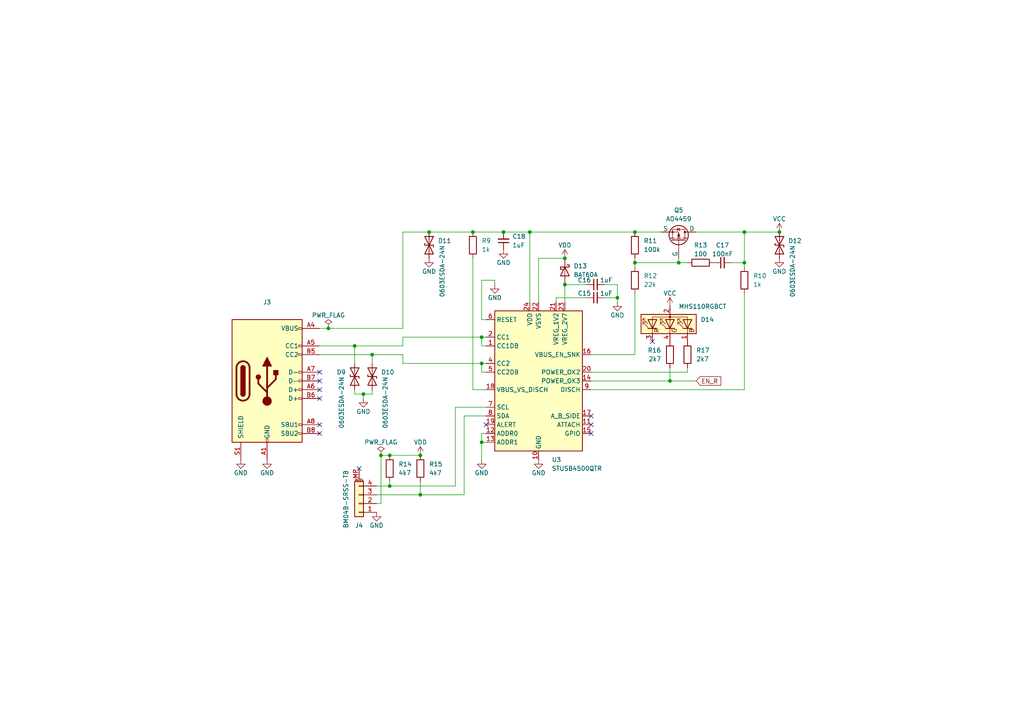
<source format=kicad_sch>
(kicad_sch (version 20211123) (generator eeschema)
  (paper "A4")
  (lib_symbols
    (symbol "BRAUNIT Charger:AO4459" (pin_numbers hide) (pin_names (offset 0))
      (property "Reference" "Q" (at 5.08 1.905 0))
      (property "Value" "AO4459" (at 5.08 0 0))
      (symbol "AO4459_0_1"
        (polyline (pts (xy 0.254 0) (xy -2.54 0)))
        (polyline (pts (xy 0.254 1.905) (xy 0.254 -1.905)) (stroke (width 0.254)))
        (polyline (pts (xy 0.762 -1.27) (xy 0.762 -2.286)) (stroke (width 0.254)))
        (polyline (pts (xy 0.762 0.508) (xy 0.762 -0.508)) (stroke (width 0.254)))
        (polyline (pts (xy 0.762 2.286) (xy 0.762 1.27)) (stroke (width 0.254)))
        (polyline (pts (xy 2.54 2.54) (xy 2.54 1.778)))
        (polyline (pts (xy 2.54 -2.54) (xy 2.54 0) (xy 0.762 0)))
        (polyline (pts (xy 0.762 1.778) (xy 3.302 1.778) (xy 3.302 -1.778) (xy 0.762 -1.778)))
        (polyline (pts (xy 2.286 0) (xy 1.27 0.381) (xy 1.27 -0.381) (xy 2.286 0)) (fill (type outline)))
        (polyline (pts (xy 2.794 -0.508) (xy 2.921 -0.381) (xy 3.683 -0.381) (xy 3.81 -0.254)))
        (polyline (pts (xy 3.302 -0.381) (xy 2.921 0.254) (xy 3.683 0.254) (xy 3.302 -0.381)))
        (circle (center 1.651 0) (radius 2.794) (stroke (width 0.254)))
        (circle (center 2.54 -1.778) (radius 0.254) (fill (type outline)))
        (circle (center 2.54 1.778) (radius 0.254) (fill (type outline)))
      )
      (symbol "AO4459_1_1"
        (pin passive line (at 2.54 -5.08 90) (length 2.54) (name "S") (number "1"))
        (pin passive line (at 2.54 -5.08 90) (length 2.54) hide (name "S") (number "2"))
        (pin passive line (at 2.54 -5.08 90) (length 2.54) hide (name "S") (number "3"))
        (pin input line (at -5.08 0 0) (length 2.54) (name "G") (number "4"))
        (pin passive line (at 2.54 5.08 270) (length 2.54) (name "D") (number "5"))
        (pin passive line (at 2.54 5.08 270) (length 2.54) hide (name "D") (number "6"))
        (pin passive line (at 2.54 5.08 270) (length 2.54) hide (name "D") (number "7"))
        (pin passive line (at 2.54 5.08 270) (length 2.54) hide (name "D") (number "8"))
      )
    )
    (symbol "Connector:USB_C_Receptacle_USB2.0" (pin_names (offset 1.016))
      (property "Reference" "J" (at -10.16 19.05 0))
      (property "Value" "USB_C_Receptacle_USB2.0" (at 19.05 19.05 0))
      (symbol "USB_C_Receptacle_USB2.0_0_0"
        (rectangle (start -0.254 -17.78) (end 0.254 -16.764))
        (rectangle (start 10.16 -14.986) (end 9.144 -15.494))
        (rectangle (start 10.16 -12.446) (end 9.144 -12.954))
        (rectangle (start 10.16 -4.826) (end 9.144 -5.334))
        (rectangle (start 10.16 -2.286) (end 9.144 -2.794))
        (rectangle (start 10.16 0.254) (end 9.144 -0.254))
        (rectangle (start 10.16 2.794) (end 9.144 2.286))
        (rectangle (start 10.16 7.874) (end 9.144 7.366))
        (rectangle (start 10.16 10.414) (end 9.144 9.906))
        (rectangle (start 10.16 15.494) (end 9.144 14.986))
      )
      (symbol "USB_C_Receptacle_USB2.0_0_1"
        (rectangle (start -10.16 17.78) (end 10.16 -17.78) (stroke (width 0.254)) (fill (type background)))
        (arc (start -8.89 -3.81) (mid -6.985 -5.715) (end -5.08 -3.81) (stroke (width 0.508)))
        (arc (start -7.62 -3.81) (mid -6.985 -4.445) (end -6.35 -3.81) (stroke (width 0.254)))
        (arc (start -7.62 -3.81) (mid -6.985 -4.445) (end -6.35 -3.81) (stroke (width 0.254)) (fill (type outline)))
        (rectangle (start -7.62 -3.81) (end -6.35 3.81) (stroke (width 0.254)) (fill (type outline)))
        (arc (start -6.35 3.81) (mid -6.985 4.445) (end -7.62 3.81) (stroke (width 0.254)))
        (arc (start -6.35 3.81) (mid -6.985 4.445) (end -7.62 3.81) (stroke (width 0.254)) (fill (type outline)))
        (arc (start -5.08 3.81) (mid -6.985 5.715) (end -8.89 3.81) (stroke (width 0.508)))
        (circle (center -2.54 1.143) (radius 0.635) (stroke (width 0.254)) (fill (type outline)))
        (circle (center 0 -5.842) (radius 1.27) (fill (type outline)))
        (polyline (pts (xy -8.89 -3.81) (xy -8.89 3.81)) (stroke (width 0.508)))
        (polyline (pts (xy -5.08 3.81) (xy -5.08 -3.81)) (stroke (width 0.508)))
        (polyline (pts (xy 0 -5.842) (xy 0 4.318)) (stroke (width 0.508)))
        (polyline (pts (xy 0 -3.302) (xy -2.54 -0.762) (xy -2.54 0.508)) (stroke (width 0.508)))
        (polyline (pts (xy 0 -2.032) (xy 2.54 0.508) (xy 2.54 1.778)) (stroke (width 0.508)))
        (polyline (pts (xy -1.27 4.318) (xy 0 6.858) (xy 1.27 4.318) (xy -1.27 4.318)) (stroke (width 0.254)) (fill (type outline)))
        (rectangle (start 1.905 1.778) (end 3.175 3.048) (stroke (width 0.254)) (fill (type outline)))
      )
      (symbol "USB_C_Receptacle_USB2.0_1_1"
        (pin passive line (at 0 -22.86 90) (length 5.08) (name "GND") (number "A1"))
        (pin passive line (at 0 -22.86 90) (length 5.08) hide (name "GND") (number "A12"))
        (pin passive line (at 15.24 15.24 180) (length 5.08) (name "VBUS") (number "A4"))
        (pin bidirectional line (at 15.24 10.16 180) (length 5.08) (name "CC1") (number "A5"))
        (pin bidirectional line (at 15.24 -2.54 180) (length 5.08) (name "D+") (number "A6"))
        (pin bidirectional line (at 15.24 2.54 180) (length 5.08) (name "D-") (number "A7"))
        (pin bidirectional line (at 15.24 -12.7 180) (length 5.08) (name "SBU1") (number "A8"))
        (pin passive line (at 15.24 15.24 180) (length 5.08) hide (name "VBUS") (number "A9"))
        (pin passive line (at 0 -22.86 90) (length 5.08) hide (name "GND") (number "B1"))
        (pin passive line (at 0 -22.86 90) (length 5.08) hide (name "GND") (number "B12"))
        (pin passive line (at 15.24 15.24 180) (length 5.08) hide (name "VBUS") (number "B4"))
        (pin bidirectional line (at 15.24 7.62 180) (length 5.08) (name "CC2") (number "B5"))
        (pin bidirectional line (at 15.24 -5.08 180) (length 5.08) (name "D+") (number "B6"))
        (pin bidirectional line (at 15.24 0 180) (length 5.08) (name "D-") (number "B7"))
        (pin bidirectional line (at 15.24 -15.24 180) (length 5.08) (name "SBU2") (number "B8"))
        (pin passive line (at 15.24 15.24 180) (length 5.08) hide (name "VBUS") (number "B9"))
        (pin passive line (at -7.62 -22.86 90) (length 5.08) (name "SHIELD") (number "S1"))
      )
    )
    (symbol "Connector_Generic_MountingPin:Conn_01x04_MountingPin" (pin_names (offset 1.016) hide)
      (property "Reference" "J" (at 0 5.08 0))
      (property "Value" "Conn_01x04_MountingPin" (at 1.27 -7.62 0))
      (symbol "Conn_01x04_MountingPin_1_1"
        (rectangle (start -1.27 -4.953) (end 0 -5.207) (stroke (width 0.1524)))
        (rectangle (start -1.27 -2.413) (end 0 -2.667) (stroke (width 0.1524)))
        (rectangle (start -1.27 0.127) (end 0 -0.127) (stroke (width 0.1524)))
        (rectangle (start -1.27 2.667) (end 0 2.413) (stroke (width 0.1524)))
        (rectangle (start -1.27 3.81) (end 1.27 -6.35) (stroke (width 0.254)) (fill (type background)))
        (polyline (pts (xy -1.016 -7.112) (xy 1.016 -7.112)) (stroke (width 0.1524)))
        (text "Mounting" (at 0 -6.731 0) (effects (font (size 0.381 0.381))))
        (pin passive line (at -5.08 2.54 0) (length 3.81) (name "Pin_1") (number "1"))
        (pin passive line (at -5.08 0 0) (length 3.81) (name "Pin_2") (number "2"))
        (pin passive line (at -5.08 -2.54 0) (length 3.81) (name "Pin_3") (number "3"))
        (pin passive line (at -5.08 -5.08 0) (length 3.81) (name "Pin_4") (number "4"))
        (pin passive line (at 0 -10.16 90) (length 3.048) (name "MountPin") (number "MP"))
      )
    )
    (symbol "Device:C_Small" (pin_numbers hide) (pin_names (offset 0.254) hide)
      (property "Reference" "C" (at 0.254 1.778 0))
      (property "Value" "C_Small" (at 0.254 -2.032 0))
      (symbol "C_Small_0_1"
        (polyline (pts (xy -1.524 -0.508) (xy 1.524 -0.508)) (stroke (width 0.3302)))
        (polyline (pts (xy -1.524 0.508) (xy 1.524 0.508)) (stroke (width 0.3048)))
      )
      (symbol "C_Small_1_1"
        (pin passive line (at 0 2.54 270) (length 2.032) (name "~") (number "1"))
        (pin passive line (at 0 -2.54 90) (length 2.032) (name "~") (number "2"))
      )
    )
    (symbol "Device:D_TVS" (pin_numbers hide) (pin_names (offset 1.016) hide)
      (property "Reference" "D" (at 0 2.54 0))
      (property "Value" "D_TVS" (at 0 -2.54 0))
      (symbol "D_TVS_0_1"
        (polyline (pts (xy 1.27 0) (xy -1.27 0)))
        (polyline (pts (xy 0.508 1.27) (xy 0 1.27) (xy 0 -1.27) (xy -0.508 -1.27)) (stroke (width 0.254)))
        (polyline (pts (xy -2.54 1.27) (xy -2.54 -1.27) (xy 2.54 1.27) (xy 2.54 -1.27) (xy -2.54 1.27)) (stroke (width 0.254)))
      )
      (symbol "D_TVS_1_1"
        (pin passive line (at -3.81 0 0) (length 2.54) (name "A1") (number "1"))
        (pin passive line (at 3.81 0 180) (length 2.54) (name "A2") (number "2"))
      )
    )
    (symbol "Device:LED_BARG" (pin_names (offset 0) hide)
      (property "Reference" "D" (at 0 9.398 0))
      (property "Value" "LED_BARG" (at 0 -8.89 0))
      (symbol "LED_BARG_0_0"
        (text "B" (at -1.905 -6.35 0) (effects (font (size 1.27 1.27))))
        (text "G" (at -1.905 -1.27 0) (effects (font (size 1.27 1.27))))
        (text "R" (at -1.905 3.81 0) (effects (font (size 1.27 1.27))))
      )
      (symbol "LED_BARG_0_1"
        (polyline (pts (xy -1.27 -5.08) (xy -2.54 -5.08)))
        (polyline (pts (xy -1.27 -5.08) (xy 1.27 -5.08)))
        (polyline (pts (xy -1.27 -3.81) (xy -1.27 -6.35)) (stroke (width 0.254)))
        (polyline (pts (xy -1.27 0) (xy -2.54 0)))
        (polyline (pts (xy -1.27 1.27) (xy -1.27 -1.27)) (stroke (width 0.254)))
        (polyline (pts (xy -1.27 5.08) (xy -2.54 5.08)))
        (polyline (pts (xy -1.27 5.08) (xy 1.27 5.08)))
        (polyline (pts (xy -1.27 6.35) (xy -1.27 3.81)) (stroke (width 0.254)))
        (polyline (pts (xy 1.27 0) (xy -1.27 0)))
        (polyline (pts (xy 1.27 0) (xy 2.54 0)))
        (polyline (pts (xy -1.27 1.27) (xy -1.27 -1.27) (xy -1.27 -1.27)))
        (polyline (pts (xy -1.27 6.35) (xy -1.27 3.81) (xy -1.27 3.81)))
        (polyline (pts (xy 1.27 -5.08) (xy 2.032 -5.08) (xy 2.032 5.08) (xy 1.27 5.08)))
        (polyline (pts (xy 1.27 -3.81) (xy 1.27 -6.35) (xy -1.27 -5.08) (xy 1.27 -3.81)) (stroke (width 0.254)))
        (polyline (pts (xy 1.27 1.27) (xy 1.27 -1.27) (xy -1.27 0) (xy 1.27 1.27)) (stroke (width 0.254)))
        (polyline (pts (xy 1.27 6.35) (xy 1.27 3.81) (xy -1.27 5.08) (xy 1.27 6.35)) (stroke (width 0.254)))
        (polyline (pts (xy -1.016 -3.81) (xy 0.508 -2.286) (xy -0.254 -2.286) (xy 0.508 -2.286) (xy 0.508 -3.048)))
        (polyline (pts (xy -1.016 1.27) (xy 0.508 2.794) (xy -0.254 2.794) (xy 0.508 2.794) (xy 0.508 2.032)))
        (polyline (pts (xy -1.016 6.35) (xy 0.508 7.874) (xy -0.254 7.874) (xy 0.508 7.874) (xy 0.508 7.112)))
        (polyline (pts (xy 0 -3.81) (xy 1.524 -2.286) (xy 0.762 -2.286) (xy 1.524 -2.286) (xy 1.524 -3.048)))
        (polyline (pts (xy 0 1.27) (xy 1.524 2.794) (xy 0.762 2.794) (xy 1.524 2.794) (xy 1.524 2.032)))
        (polyline (pts (xy 0 6.35) (xy 1.524 7.874) (xy 0.762 7.874) (xy 1.524 7.874) (xy 1.524 7.112)))
        (rectangle (start 1.27 -1.27) (end 1.27 1.27))
        (rectangle (start 1.27 1.27) (end 1.27 1.27))
        (rectangle (start 1.27 3.81) (end 1.27 6.35))
        (rectangle (start 1.27 6.35) (end 1.27 6.35))
        (circle (center 2.032 0) (radius 0.254) (fill (type outline)))
        (rectangle (start 2.794 8.382) (end -2.794 -7.62) (stroke (width 0.254)) (fill (type background)))
      )
      (symbol "LED_BARG_1_1"
        (pin passive line (at -5.08 -5.08 0) (length 2.54) (name "BK") (number "1"))
        (pin passive line (at 5.08 0 180) (length 2.54) (name "A") (number "2"))
        (pin passive line (at -5.08 5.08 0) (length 2.54) (name "RK") (number "3"))
        (pin passive line (at -5.08 0 0) (length 2.54) (name "GK") (number "4"))
      )
    )
    (symbol "Device:R" (pin_numbers hide) (pin_names (offset 0))
      (property "Reference" "R" (at 2.032 0 90))
      (property "Value" "R" (at 0 0 90))
      (symbol "R_0_1"
        (rectangle (start -1.016 -2.54) (end 1.016 2.54) (stroke (width 0.254)))
      )
      (symbol "R_1_1"
        (pin passive line (at 0 3.81 270) (length 1.27) (name "~") (number "1"))
        (pin passive line (at 0 -3.81 90) (length 1.27) (name "~") (number "2"))
      )
    )
    (symbol "Diode:BAT60A" (pin_numbers hide) (pin_names (offset 1.016) hide)
      (property "Reference" "D" (at 0 2.54 0))
      (property "Value" "BAT60A" (at 0 -2.54 0))
      (symbol "BAT60A_0_1"
        (polyline (pts (xy 1.27 0) (xy -1.27 0)))
        (polyline (pts (xy 1.27 1.27) (xy 1.27 -1.27) (xy -1.27 0) (xy 1.27 1.27)) (stroke (width 0.254)))
        (polyline (pts (xy -1.905 0.635) (xy -1.905 1.27) (xy -1.27 1.27) (xy -1.27 -1.27) (xy -0.635 -1.27) (xy -0.635 -0.635)) (stroke (width 0.254)))
      )
      (symbol "BAT60A_1_1"
        (pin passive line (at -3.81 0 0) (length 2.54) (name "K") (number "1"))
        (pin passive line (at 3.81 0 180) (length 2.54) (name "A") (number "2"))
      )
    )
    (symbol "Interface_USB:STUSB4500QTR"
      (property "Reference" "U" (at -12.7 21.59 0))
      (property "Value" "STUSB4500QTR" (at 8.89 -21.59 0))
      (symbol "STUSB4500QTR_0_1"
        (rectangle (start -12.7 20.32) (end 12.7 -20.32) (stroke (width 0.254)) (fill (type background)))
      )
      (symbol "STUSB4500QTR_1_1"
        (pin bidirectional line (at -15.24 10.16 0) (length 2.54) (name "CC1DB") (number "1"))
        (pin power_in line (at 0 -22.86 90) (length 2.54) (name "GND") (number "10"))
        (pin open_collector line (at 15.24 -12.7 180) (length 2.54) (name "ATTACH") (number "11"))
        (pin input line (at -15.24 -15.24 0) (length 2.54) (name "ADDR0") (number "12"))
        (pin input line (at -15.24 -17.78 0) (length 2.54) (name "ADDR1") (number "13"))
        (pin open_collector line (at 15.24 0 180) (length 2.54) (name "POWER_OK3") (number "14"))
        (pin open_collector line (at 15.24 -15.24 180) (length 2.54) (name "GPIO") (number "15"))
        (pin open_collector line (at 15.24 7.62 180) (length 2.54) (name "VBUS_EN_SNK") (number "16"))
        (pin open_collector line (at 15.24 -10.16 180) (length 2.54) (name "A_B_SIDE") (number "17"))
        (pin input line (at -15.24 -2.54 0) (length 2.54) (name "VBUS_VS_DISCH") (number "18"))
        (pin open_collector line (at -15.24 -12.7 0) (length 2.54) (name "ALERT") (number "19"))
        (pin bidirectional line (at -15.24 12.7 0) (length 2.54) (name "CC1") (number "2"))
        (pin open_collector line (at 15.24 2.54 180) (length 2.54) (name "POWER_OK2") (number "20"))
        (pin power_out line (at 5.08 22.86 270) (length 2.54) (name "VREG_1V2") (number "21"))
        (pin power_in line (at 0 22.86 270) (length 2.54) (name "VSYS") (number "22"))
        (pin power_out line (at 7.62 22.86 270) (length 2.54) (name "VREG_2V7") (number "23"))
        (pin power_in line (at -2.54 22.86 270) (length 2.54) (name "VDD") (number "24"))
        (pin passive line (at 0 -22.86 90) (length 2.54) hide (name "GND") (number "25"))
        (pin no_connect line (at -12.7 15.24 0) (length 2.54) hide (name "NC") (number "3"))
        (pin bidirectional line (at -15.24 5.08 0) (length 2.54) (name "CC2") (number "4"))
        (pin bidirectional line (at -15.24 2.54 0) (length 2.54) (name "CC2DB") (number "5"))
        (pin input line (at -15.24 17.78 0) (length 2.54) (name "RESET") (number "6"))
        (pin input line (at -15.24 -7.62 0) (length 2.54) (name "SCL") (number "7"))
        (pin bidirectional line (at -15.24 -10.16 0) (length 2.54) (name "SDA") (number "8"))
        (pin bidirectional line (at 15.24 -2.54 180) (length 2.54) (name "DISCH") (number "9"))
      )
    )
    (symbol "power:GND" (power) (pin_names (offset 0))
      (property "Value" "GND" (at 0 -3.81 0))
      (symbol "GND_0_1"
        (polyline (pts (xy 0 0) (xy 0 -1.27) (xy 1.27 -1.27) (xy 0 -2.54) (xy -1.27 -1.27) (xy 0 -1.27)))
      )
      (symbol "GND_1_1"
        (pin power_in line (at 0 0 270) (length 0) hide (name "GND") (number "1"))
      )
    )
    (symbol "power:PWR_FLAG" (power) (pin_numbers hide) (pin_names (offset 0) hide)
      (property "Value" "PWR_FLAG" (at 0 3.81 0))
      (symbol "PWR_FLAG_0_0"
        (pin power_out line (at 0 0 90) (length 0) (name "pwr") (number "1"))
      )
      (symbol "PWR_FLAG_0_1"
        (polyline (pts (xy 0 0) (xy 0 1.27) (xy -1.016 1.905) (xy 0 2.54) (xy 1.016 1.905) (xy 0 1.27)))
      )
    )
    (symbol "power:VCC" (power) (pin_names (offset 0))
      (property "Value" "VCC" (at 0 3.81 0))
      (symbol "VCC_0_1"
        (polyline (pts (xy -0.762 1.27) (xy 0 2.54)))
        (polyline (pts (xy 0 0) (xy 0 2.54)))
        (polyline (pts (xy 0 2.54) (xy 0.762 1.27)))
      )
      (symbol "VCC_1_1"
        (pin power_in line (at 0 0 90) (length 0) hide (name "VCC") (number "1"))
      )
    )
    (symbol "power:VDD" (power) (pin_names (offset 0))
      (property "Value" "VDD" (at 0 3.81 0))
      (symbol "VDD_0_1"
        (polyline (pts (xy -0.762 1.27) (xy 0 2.54)))
        (polyline (pts (xy 0 0) (xy 0 2.54)))
        (polyline (pts (xy 0 2.54) (xy 0.762 1.27)))
      )
      (symbol "VDD_1_1"
        (pin power_in line (at 0 0 90) (length 0) hide (name "VDD") (number "1"))
      )
    )
  )
  (junction (at 139.7 97.79))
  (junction (at 184.15 67.31))
  (junction (at 215.9 67.31))
  (junction (at 226.06 67.31))
  (junction (at 107.95 102.87))
  (junction (at 179.07 86.36))
  (junction (at 146.05 67.31))
  (junction (at 137.16 67.31))
  (junction (at 95.25 95.25))
  (junction (at 184.15 76.2))
  (junction (at 194.31 110.49))
  (junction (at 113.03 140.97))
  (junction (at 139.7 105.41))
  (junction (at 121.92 143.51))
  (junction (at 102.87 100.33))
  (junction (at 124.46 67.31))
  (junction (at 139.7 128.27))
  (junction (at 121.92 132.08))
  (junction (at 110.49 132.08))
  (junction (at 153.67 67.31))
  (junction (at 215.9 76.2))
  (junction (at 163.83 74.93))
  (junction (at 196.85 76.2))
  (junction (at 113.03 132.08))
  (junction (at 105.41 114.3))
  (junction (at 163.83 82.55))
  (no_connect (at 189.23 99.06))
  (no_connect (at 104.14 135.89))
  (no_connect (at 92.71 115.57))
  (no_connect (at 92.71 110.49))
  (no_connect (at 92.71 113.03))
  (no_connect (at 92.71 123.19))
  (no_connect (at 92.71 125.73))
  (no_connect (at 92.71 107.95))
  (no_connect (at 171.45 120.65))
  (no_connect (at 171.45 123.19))
  (no_connect (at 171.45 125.73))
  (no_connect (at 140.97 123.19))
  (wire (pts (xy 95.25 95.25) (xy 116.84 95.25)))
  (wire (pts (xy 105.41 114.3) (xy 107.95 114.3)))
  (wire (pts (xy 171.45 102.87) (xy 184.15 102.87)))
  (wire (pts (xy 102.87 100.33) (xy 102.87 105.41)))
  (wire (pts (xy 212.09 76.2) (xy 215.9 76.2)))
  (wire (pts (xy 107.95 102.87) (xy 116.84 102.87)))
  (wire (pts (xy 137.16 74.93) (xy 137.16 113.03)))
  (wire (pts (xy 137.16 67.31) (xy 146.05 67.31)))
  (wire (pts (xy 184.15 74.93) (xy 184.15 76.2)))
  (wire (pts (xy 102.87 100.33) (xy 116.84 100.33)))
  (wire (pts (xy 139.7 133.35) (xy 139.7 128.27)))
  (wire (pts (xy 201.93 67.31) (xy 215.9 67.31)))
  (wire (pts (xy 179.07 82.55) (xy 179.07 86.36)))
  (wire (pts (xy 156.21 87.63) (xy 156.21 74.93)))
  (wire (pts (xy 107.95 113.03) (xy 107.95 114.3)))
  (wire (pts (xy 121.92 143.51) (xy 134.62 143.51)))
  (wire (pts (xy 163.83 87.63) (xy 163.83 82.55)))
  (wire (pts (xy 116.84 102.87) (xy 116.84 105.41)))
  (wire (pts (xy 215.9 113.03) (xy 171.45 113.03)))
  (wire (pts (xy 109.22 146.05) (xy 110.49 146.05)))
  (wire (pts (xy 139.7 128.27) (xy 139.7 125.73)))
  (wire (pts (xy 121.92 139.7) (xy 121.92 143.51)))
  (wire (pts (xy 139.7 128.27) (xy 140.97 128.27)))
  (wire (pts (xy 171.45 110.49) (xy 194.31 110.49)))
  (wire (pts (xy 132.08 118.11) (xy 140.97 118.11)))
  (wire (pts (xy 113.03 132.08) (xy 121.92 132.08)))
  (wire (pts (xy 139.7 97.79) (xy 140.97 97.79)))
  (wire (pts (xy 110.49 146.05) (xy 110.49 132.08)))
  (wire (pts (xy 132.08 140.97) (xy 132.08 118.11)))
  (wire (pts (xy 194.31 110.49) (xy 201.93 110.49)))
  (wire (pts (xy 184.15 76.2) (xy 184.15 77.47)))
  (wire (pts (xy 124.46 67.31) (xy 137.16 67.31)))
  (wire (pts (xy 116.84 95.25) (xy 116.84 67.31)))
  (wire (pts (xy 146.05 67.31) (xy 153.67 67.31)))
  (wire (pts (xy 102.87 114.3) (xy 105.41 114.3)))
  (wire (pts (xy 156.21 74.93) (xy 163.83 74.93)))
  (wire (pts (xy 92.71 102.87) (xy 107.95 102.87)))
  (wire (pts (xy 134.62 120.65) (xy 140.97 120.65)))
  (wire (pts (xy 116.84 100.33) (xy 116.84 97.79)))
  (wire (pts (xy 102.87 113.03) (xy 102.87 114.3)))
  (wire (pts (xy 116.84 97.79) (xy 139.7 97.79)))
  (wire (pts (xy 109.22 143.51) (xy 121.92 143.51)))
  (wire (pts (xy 215.9 85.09) (xy 215.9 113.03)))
  (wire (pts (xy 92.71 100.33) (xy 102.87 100.33)))
  (wire (pts (xy 171.45 107.95) (xy 199.39 107.95)))
  (wire (pts (xy 134.62 143.51) (xy 134.62 120.65)))
  (wire (pts (xy 161.29 87.63) (xy 161.29 86.36)))
  (wire (pts (xy 105.41 114.3) (xy 105.41 115.57)))
  (wire (pts (xy 116.84 105.41) (xy 139.7 105.41)))
  (wire (pts (xy 109.22 140.97) (xy 113.03 140.97)))
  (wire (pts (xy 143.51 82.55) (xy 143.51 81.28)))
  (wire (pts (xy 143.51 81.28) (xy 139.7 81.28)))
  (wire (pts (xy 139.7 125.73) (xy 140.97 125.73)))
  (wire (pts (xy 116.84 67.31) (xy 124.46 67.31)))
  (wire (pts (xy 161.29 86.36) (xy 170.18 86.36)))
  (wire (pts (xy 196.85 74.93) (xy 196.85 76.2)))
  (wire (pts (xy 194.31 106.68) (xy 194.31 110.49)))
  (wire (pts (xy 215.9 67.31) (xy 215.9 76.2)))
  (wire (pts (xy 140.97 100.33) (xy 139.7 100.33)))
  (wire (pts (xy 107.95 102.87) (xy 107.95 105.41)))
  (wire (pts (xy 184.15 76.2) (xy 196.85 76.2)))
  (wire (pts (xy 153.67 67.31) (xy 184.15 67.31)))
  (wire (pts (xy 139.7 92.71) (xy 139.7 81.28)))
  (wire (pts (xy 163.83 82.55) (xy 170.18 82.55)))
  (wire (pts (xy 184.15 102.87) (xy 184.15 85.09)))
  (wire (pts (xy 153.67 67.31) (xy 153.67 87.63)))
  (wire (pts (xy 196.85 76.2) (xy 199.39 76.2)))
  (wire (pts (xy 92.71 95.25) (xy 95.25 95.25)))
  (wire (pts (xy 179.07 86.36) (xy 179.07 87.63)))
  (wire (pts (xy 113.03 139.7) (xy 113.03 140.97)))
  (wire (pts (xy 139.7 100.33) (xy 139.7 97.79)))
  (wire (pts (xy 139.7 105.41) (xy 140.97 105.41)))
  (wire (pts (xy 110.49 132.08) (xy 113.03 132.08)))
  (wire (pts (xy 199.39 107.95) (xy 199.39 106.68)))
  (wire (pts (xy 175.26 82.55) (xy 179.07 82.55)))
  (wire (pts (xy 113.03 140.97) (xy 132.08 140.97)))
  (wire (pts (xy 175.26 86.36) (xy 179.07 86.36)))
  (wire (pts (xy 215.9 67.31) (xy 226.06 67.31)))
  (wire (pts (xy 137.16 113.03) (xy 140.97 113.03)))
  (wire (pts (xy 184.15 67.31) (xy 191.77 67.31)))
  (wire (pts (xy 140.97 92.71) (xy 139.7 92.71)))
  (wire (pts (xy 215.9 76.2) (xy 215.9 77.47)))
  (wire (pts (xy 139.7 107.95) (xy 139.7 105.41)))
  (wire (pts (xy 140.97 107.95) (xy 139.7 107.95)))
  (global_label "EN_R" (shape input) (at 201.93 110.49 0) (property "Intersheet References" "${INTERSHEET_REFS}" (effects hide)))
  (symbol (lib_id "Device:R") (at 199.39 102.87 0) (unit 1)
    (property "Reference" "R17" (at 201.93 101.5999 0) (effects (justify left)))
    (property "Value" "2k7" (at 201.93 104.1399 0) (effects (justify left)))
    (property "Footprint" "Resistor_SMD:R_0603_1608Metric" (effects hide))
    (property "LCSC" "C114612" (effects hide))
  )
  (symbol (lib_id "power:GND") (at 226.06 74.93 0) (unit 1)
    (property "Reference" "#PWR0131" (effects hide))
    (property "Value" "GND" (at 226.06 78.74 0))
  )
  (symbol (lib_id "power:GND") (at 156.21 133.35 0) (unit 1)
    (property "Reference" "#PWR0120" (effects hide))
    (property "Value" "GND" (at 156.21 137.16 0))
  )
  (symbol (lib_id "Device:C_Small") (at 172.72 86.36 90) (unit 1)
    (property "Reference" "C15" (at 171.45 85.09 90) (effects (justify left)))
    (property "Value" "1uF" (at 173.99 85.09 90) (effects (justify right)))
    (property "Footprint" "Capacitor_SMD:C_0805_2012Metric" (effects hide))
    (property "LCSC" "C91185" (effects hide))
  )
  (symbol (lib_id "power:PWR_FLAG") (at 95.25 95.25 0) (unit 1)
    (property "Reference" "#FLG01" (effects hide))
    (property "Value" "PWR_FLAG" (at 95.25 91.44 0))
  )
  (symbol (lib_id "power:GND") (at 143.51 82.55 0) (unit 1)
    (property "Reference" "#PWR0129" (effects hide))
    (property "Value" "GND" (at 143.51 86.36 0))
  )
  (symbol (lib_id "power:GND") (at 179.07 87.63 0) (unit 1)
    (property "Reference" "#PWR0124" (effects hide))
    (property "Value" "GND" (at 179.07 91.44 0))
  )
  (symbol (lib_id "Device:C_Small") (at 146.05 69.85 180) (unit 1)
    (property "Reference" "C18" (at 148.59 68.5735 0) (effects (justify right)))
    (property "Value" "1uF" (at 148.59 71.1135 0) (effects (justify right)))
    (property "Footprint" "Capacitor_SMD:C_0805_2012Metric" (effects hide))
    (property "LCSC" "C91185" (effects hide))
  )
  (symbol (lib_id "Interface_USB:STUSB4500QTR") (at 156.21 110.49 0) (unit 1)
    (property "Reference" "U3" (at 160.02 133.35 0) (effects (justify left)))
    (property "Value" "STUSB4500QTR" (at 160.02 135.89 0) (effects (justify left)))
    (property "Footprint" "Package_DFN_QFN:QFN-24-1EP_4x4mm_P0.5mm_EP2.7x2.7mm" (effects hide))
    (property "Datasheet" "https://www.st.com/resource/en/datasheet/stusb4500.pdf" (effects hide))
    (property "LCSC" "C2678061" (effects hide))
  )
  (symbol (lib_id "Device:R") (at 215.9 81.28 0) (unit 1)
    (property "Reference" "R10" (at 218.44 80.0099 0) (effects (justify left)))
    (property "Value" "1k" (at 218.44 82.5499 0) (effects (justify left)))
    (property "Footprint" "Resistor_SMD:R_0603_1608Metric" (effects hide))
    (property "LCSC" "C22548" (effects hide))
  )
  (symbol (lib_id "Device:R") (at 137.16 71.12 0) (unit 1)
    (property "Reference" "R9" (at 139.7 69.8499 0) (effects (justify left)))
    (property "Value" "1k" (at 139.7 72.3899 0) (effects (justify left)))
    (property "Footprint" "Resistor_SMD:R_0603_1608Metric" (effects hide))
    (property "LCSC" "C22548" (effects hide))
  )
  (symbol (lib_id "Device:R") (at 113.03 135.89 0) (unit 1)
    (property "Reference" "R14" (at 115.57 134.6199 0) (effects (justify left)))
    (property "Value" "4k7" (at 115.57 137.1599 0) (effects (justify left)))
    (property "Footprint" "Resistor_SMD:R_0603_1608Metric" (effects hide))
    (property "LCSC" "C99782" (effects hide))
  )
  (symbol (lib_id "power:VDD") (at 163.83 74.93 0) (unit 1)
    (property "Reference" "#PWR0130" (effects hide))
    (property "Value" "VDD" (at 163.83 71.12 0))
  )
  (symbol (lib_id "Diode:BAT60A") (at 163.83 78.74 270) (unit 1)
    (property "Reference" "D13" (at 166.37 77.1524 90) (effects (justify left)))
    (property "Value" "BAT60A" (at 166.37 79.6924 90) (effects (justify left)))
    (property "Footprint" "Diode_SMD:D_SOD-323" (effects hide))
    (property "Datasheet" "https://www.infineon.com/dgdl/Infineon-BAT60ASERIES-DS-v01_01-en.pdf?fileId=db3a304313d846880113def70c9304a9" (effects hide))
    (property "LCSC" "C117485" (effects hide))
  )
  (symbol (lib_id "Connector:USB_C_Receptacle_USB2.0") (at 77.47 110.49 0) (unit 1)
    (property "Reference" "J3" (at 77.47 87.63 0))
    (property "Datasheet" "https://www.usb.org/sites/default/files/documents/usb_type-c.zip" (effects hide))
    (property "LCSC" "C165948" (effects hide))
  )
  (symbol (lib_id "power:VCC") (at 226.06 67.31 0) (unit 1)
    (property "Reference" "#PWR0128" (effects hide))
    (property "Value" "VCC" (at 226.06 63.5 0))
  )
  (symbol (lib_id "power:GND") (at 105.41 115.57 0) (unit 1)
    (property "Reference" "#PWR0121" (effects hide))
    (property "Value" "GND" (at 105.41 119.38 0))
  )
  (symbol (lib_id "power:GND") (at 124.46 74.93 0) (unit 1)
    (property "Reference" "#PWR0126" (effects hide))
    (property "Value" "GND" (at 124.46 78.74 0))
  )
  (symbol (lib_id "power:PWR_FLAG") (at 110.49 132.08 0) (unit 1)
    (property "Reference" "#FLG02" (effects hide))
    (property "Value" "PWR_FLAG" (at 110.49 128.27 0))
  )
  (symbol (lib_id "power:GND") (at 69.85 133.35 0) (unit 1)
    (property "Reference" "#PWR0122" (effects hide))
    (property "Value" "GND" (at 69.85 137.16 0))
  )
  (symbol (lib_id "Device:LED_BARG") (at 194.31 93.98 90) (unit 1)
    (property "Reference" "D14" (at 203.2 92.71 90) (effects (justify right)))
    (property "Value" "MHS110RGBCT" (at 196.85 88.9 90) (effects (justify right)))
    (property "Footprint" "BRAUNIT Charger:LED_RGB_Meihua_MHS110RGBCT" (effects hide))
    (property "LCSC" "C389528" (effects hide))
  )
  (symbol (lib_id "Device:R") (at 203.2 76.2 90) (unit 1)
    (property "Reference" "R13" (at 203.2 71.12 90))
    (property "Value" "100" (at 203.2 73.66 90))
    (property "Footprint" "Resistor_SMD:R_0603_1608Metric" (effects hide))
    (property "LCSC" "C105588" (effects hide))
  )
  (symbol (lib_id "BRAUNIT Charger:AO4459") (at 196.85 69.85 270) (mirror x) (unit 1)
    (property "Reference" "Q5" (at 196.85 60.96 90))
    (property "Value" "AO4459" (at 196.85 63.5 90))
    (property "Footprint" "Package_SO:SOIC-8_3.9x4.9mm_P1.27mm" (effects hide))
    (property "Datasheet" "http://www.aosmd.com/res/data_sheets/AO4459.pdf" (effects hide))
    (property "LCSC" "C49047" (effects hide))
  )
  (symbol (lib_id "power:GND") (at 146.05 72.39 0) (unit 1)
    (property "Reference" "#PWR0134" (effects hide))
    (property "Value" "GND" (at 146.05 76.2 0))
  )
  (symbol (lib_id "Device:D_TVS") (at 226.06 71.12 270) (unit 1)
    (property "Reference" "D12" (at 228.6 69.8499 90) (effects (justify left)))
    (property "Value" "0603ESDA-24N" (at 229.87 71.12 0) (effects (justify left)))
    (property "Footprint" "Diode_SMD:D_0603_1608Metric" (effects hide))
    (property "LCSC" "C316056" (effects hide))
  )
  (symbol (lib_id "Device:R") (at 121.92 135.89 0) (unit 1)
    (property "Reference" "R15" (at 124.46 134.6199 0) (effects (justify left)))
    (property "Value" "4k7" (at 124.46 137.1599 0) (effects (justify left)))
    (property "Footprint" "Resistor_SMD:R_0603_1608Metric" (effects hide))
    (property "LCSC" "C99782" (effects hide))
  )
  (symbol (lib_id "power:GND") (at 139.7 133.35 0) (unit 1)
    (property "Reference" "#PWR0119" (effects hide))
    (property "Value" "GND" (at 139.7 137.16 0))
  )
  (symbol (lib_id "Device:D_TVS") (at 124.46 71.12 270) (unit 1)
    (property "Reference" "D11" (at 127 69.8499 90) (effects (justify left)))
    (property "Value" "0603ESDA-24N" (at 128.27 71.12 0) (effects (justify left)))
    (property "Footprint" "Diode_SMD:D_0603_1608Metric" (effects hide))
    (property "LCSC" "C316056" (effects hide))
  )
  (symbol (lib_id "power:VCC") (at 194.31 88.9 0) (unit 1)
    (property "Reference" "#PWR0137" (effects hide))
    (property "Value" "VCC" (at 194.31 85.09 0))
  )
  (symbol (lib_id "Device:D_TVS") (at 102.87 109.22 270) (unit 1)
    (property "Reference" "D9" (at 100.33 107.95 90) (effects (justify right)))
    (property "Value" "0603ESDA-24N" (at 99.06 109.22 0) (effects (justify left)))
    (property "Footprint" "Diode_SMD:D_0603_1608Metric" (effects hide))
    (property "LCSC" "C316056" (effects hide))
  )
  (symbol (lib_id "Device:R") (at 184.15 81.28 0) (unit 1)
    (property "Reference" "R12" (at 186.69 80.0099 0) (effects (justify left)))
    (property "Value" "22k" (at 186.69 82.5499 0) (effects (justify left)))
    (property "Footprint" "Resistor_SMD:R_0603_1608Metric" (effects hide))
    (property "LCSC" "C114065" (effects hide))
  )
  (symbol (lib_id "Device:C_Small") (at 209.55 76.2 90) (unit 1)
    (property "Reference" "C17" (at 209.55 71.12 90))
    (property "Value" "100nF" (at 209.55 73.66 90))
    (property "Footprint" "Capacitor_SMD:C_0603_1608Metric" (effects hide))
    (property "LCSC" "C14663" (effects hide))
  )
  (symbol (lib_id "Connector_Generic_MountingPin:Conn_01x04_MountingPin") (at 104.14 146.05 180) (unit 1)
    (property "Reference" "J4" (at 104.14 152.4 0))
    (property "Value" "BM04B-SRSS-TB" (at 100.33 144.78 90))
    (property "Footprint" "Connector_JST:JST_SH_BM04B-SRSS-TB_1x04-1MP_P1.00mm_Vertical" (effects hide))
    (property "LCSC" "C160390" (effects hide))
  )
  (symbol (lib_id "power:VDD") (at 121.92 132.08 0) (unit 1)
    (property "Reference" "#PWR0133" (effects hide))
    (property "Value" "VDD" (at 121.92 128.27 0))
  )
  (symbol (lib_id "power:GND") (at 109.22 148.59 0) (unit 1)
    (property "Reference" "#PWR0132" (effects hide))
    (property "Value" "GND" (at 109.22 152.4 0))
  )
  (symbol (lib_id "Device:R") (at 184.15 71.12 0) (unit 1)
    (property "Reference" "R11" (at 186.69 69.8499 0) (effects (justify left)))
    (property "Value" "100k" (at 186.69 72.3899 0) (effects (justify left)))
    (property "Footprint" "Resistor_SMD:R_0603_1608Metric" (effects hide))
    (property "LCSC" "C14675" (effects hide))
  )
  (symbol (lib_id "Device:C_Small") (at 172.72 82.55 90) (unit 1)
    (property "Reference" "C16" (at 171.45 81.28 90) (effects (justify left)))
    (property "Value" "1uF" (at 173.99 81.28 90) (effects (justify right)))
    (property "Footprint" "Capacitor_SMD:C_0805_2012Metric" (effects hide))
    (property "LCSC" "C91185" (effects hide))
  )
  (symbol (lib_id "Device:R") (at 194.31 102.87 0) (unit 1)
    (property "Reference" "R16" (at 191.77 101.6 0) (effects (justify right)))
    (property "Value" "2k7" (at 191.77 104.14 0) (effects (justify right)))
    (property "Footprint" "Resistor_SMD:R_0603_1608Metric" (effects hide))
    (property "LCSC" "C114612" (effects hide))
  )
  (symbol (lib_id "Device:D_TVS") (at 107.95 109.22 270) (unit 1)
    (property "Reference" "D10" (at 110.49 107.9499 90) (effects (justify left)))
    (property "Value" "0603ESDA-24N" (at 111.76 109.22 0) (effects (justify left)))
    (property "Footprint" "Diode_SMD:D_0603_1608Metric" (effects hide))
    (property "LCSC" "C316056" (effects hide))
  )
  (symbol (lib_id "power:GND") (at 77.47 133.35 0) (unit 1)
    (property "Reference" "#PWR0123" (effects hide))
    (property "Value" "GND" (at 77.47 137.16 0))
  )
)
</source>
